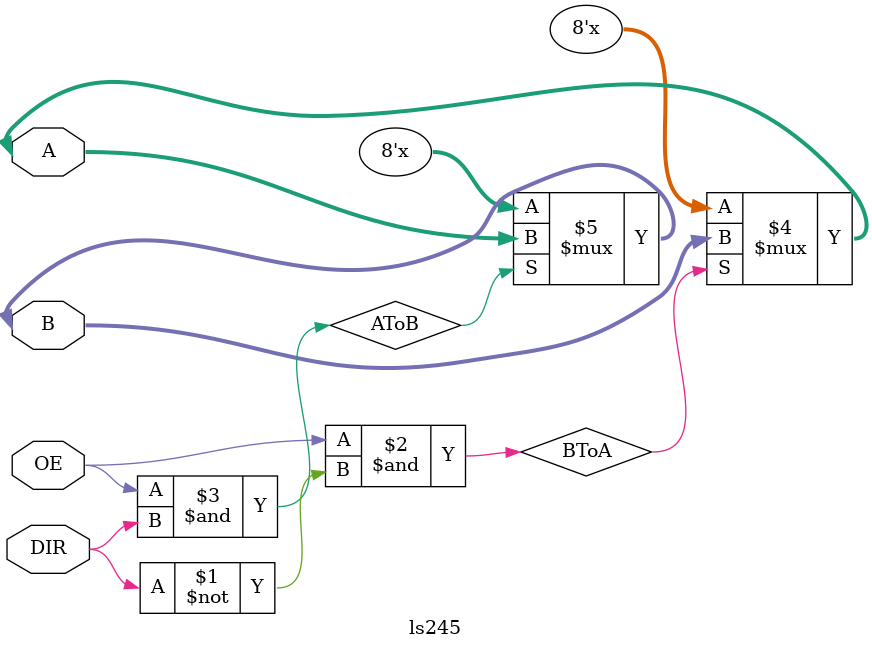
<source format=v>
`timescale 1ns / 1ps
module ls245(
        input wire DIR,
        input wire OE,
        inout wire [7:0] A,
        inout wire [7:0] B
    );

	wire BToA = OE & ~DIR;
	wire AToB = OE & DIR;
	
	assign A = BToA ? B : 8'bZ;
	assign B = AToB ? A : 8'bZ;
	
endmodule

</source>
